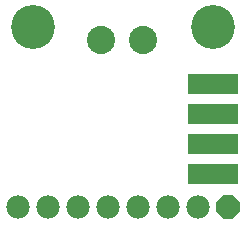
<source format=gbr>
G04 EAGLE Gerber RS-274X export*
G75*
%MOMM*%
%FSLAX34Y34*%
%LPD*%
%INSoldermask Bottom*%
%IPPOS*%
%AMOC8*
5,1,8,0,0,1.08239X$1,22.5*%
G01*
%ADD10C,2.387600*%
%ADD11C,3.719200*%
%ADD12P,2.144431X8X292.500000*%
%ADD13C,1.981200*%
%ADD14R,4.200000X1.800000*%


D10*
X83600Y166370D03*
X118600Y166370D03*
D11*
X177800Y177800D03*
X25400Y177800D03*
D12*
X190500Y25400D03*
D13*
X165100Y25400D03*
X139700Y25400D03*
X114300Y25400D03*
X88900Y25400D03*
X63500Y25400D03*
X38100Y25400D03*
X12700Y25400D03*
D14*
X177800Y129540D03*
X177800Y104140D03*
X177800Y78740D03*
X177800Y53340D03*
M02*

</source>
